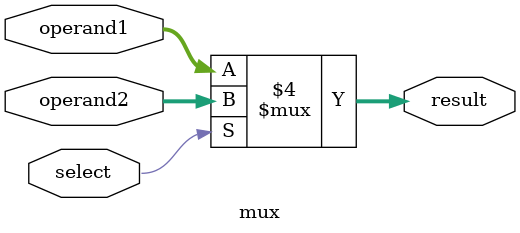
<source format=sv>
module mux (
    input logic [31:0] operand1,
    input logic [31:0] operand2,
    input logic select,
    output logic [31:0] result
);

    always_comb begin
        if (select == 1'b0) begin
            result = operand1;
        end
        else begin
            result = operand2;
        end
    end
endmodule
</source>
